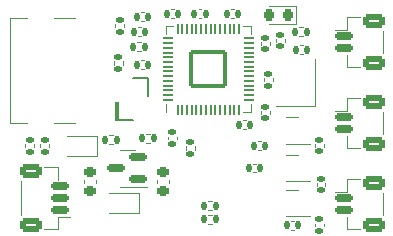
<source format=gbr>
%TF.GenerationSoftware,KiCad,Pcbnew,(6.0.5)*%
%TF.CreationDate,2022-10-09T21:33:59+01:00*%
%TF.ProjectId,PicoDrive,5069636f-4472-4697-9665-2e6b69636164,rev?*%
%TF.SameCoordinates,Original*%
%TF.FileFunction,Legend,Top*%
%TF.FilePolarity,Positive*%
%FSLAX46Y46*%
G04 Gerber Fmt 4.6, Leading zero omitted, Abs format (unit mm)*
G04 Created by KiCad (PCBNEW (6.0.5)) date 2022-10-09 21:33:59*
%MOMM*%
%LPD*%
G01*
G04 APERTURE LIST*
G04 Aperture macros list*
%AMRoundRect*
0 Rectangle with rounded corners*
0 $1 Rounding radius*
0 $2 $3 $4 $5 $6 $7 $8 $9 X,Y pos of 4 corners*
0 Add a 4 corners polygon primitive as box body*
4,1,4,$2,$3,$4,$5,$6,$7,$8,$9,$2,$3,0*
0 Add four circle primitives for the rounded corners*
1,1,$1+$1,$2,$3*
1,1,$1+$1,$4,$5*
1,1,$1+$1,$6,$7*
1,1,$1+$1,$8,$9*
0 Add four rect primitives between the rounded corners*
20,1,$1+$1,$2,$3,$4,$5,0*
20,1,$1+$1,$4,$5,$6,$7,0*
20,1,$1+$1,$6,$7,$8,$9,0*
20,1,$1+$1,$8,$9,$2,$3,0*%
G04 Aperture macros list end*
%ADD10C,0.120000*%
%ADD11C,0.150000*%
%ADD12C,0.200000*%
%ADD13R,0.600000X0.450000*%
%ADD14RoundRect,0.135000X-0.135000X-0.185000X0.135000X-0.185000X0.135000X0.185000X-0.135000X0.185000X0*%
%ADD15RoundRect,0.135000X0.135000X0.185000X-0.135000X0.185000X-0.135000X-0.185000X0.135000X-0.185000X0*%
%ADD16RoundRect,0.135000X-0.185000X0.135000X-0.185000X-0.135000X0.185000X-0.135000X0.185000X0.135000X0*%
%ADD17RoundRect,0.135000X0.185000X-0.135000X0.185000X0.135000X-0.185000X0.135000X-0.185000X-0.135000X0*%
%ADD18R,0.250000X0.300000*%
%ADD19R,1.600000X0.200000*%
%ADD20RoundRect,0.218750X0.218750X0.256250X-0.218750X0.256250X-0.218750X-0.256250X0.218750X-0.256250X0*%
%ADD21RoundRect,0.140000X-0.170000X0.140000X-0.170000X-0.140000X0.170000X-0.140000X0.170000X0.140000X0*%
%ADD22RoundRect,0.140000X-0.140000X-0.170000X0.140000X-0.170000X0.140000X0.170000X-0.140000X0.170000X0*%
%ADD23RoundRect,0.140000X0.140000X0.170000X-0.140000X0.170000X-0.140000X-0.170000X0.140000X-0.170000X0*%
%ADD24RoundRect,0.140000X0.170000X-0.140000X0.170000X0.140000X-0.170000X0.140000X-0.170000X-0.140000X0*%
%ADD25RoundRect,0.225000X-0.250000X0.225000X-0.250000X-0.225000X0.250000X-0.225000X0.250000X0.225000X0*%
%ADD26RoundRect,0.225000X0.250000X-0.225000X0.250000X0.225000X-0.250000X0.225000X-0.250000X-0.225000X0*%
%ADD27R,0.500000X0.250000*%
%ADD28R,0.900000X1.600000*%
%ADD29R,1.200000X1.400000*%
%ADD30C,0.600000*%
%ADD31R,1.160000X0.600000*%
%ADD32R,1.160000X0.300000*%
%ADD33O,2.000000X0.900000*%
%ADD34O,1.700000X0.900000*%
%ADD35RoundRect,0.050000X0.050000X-0.387500X0.050000X0.387500X-0.050000X0.387500X-0.050000X-0.387500X0*%
%ADD36RoundRect,0.050000X0.387500X-0.050000X0.387500X0.050000X-0.387500X0.050000X-0.387500X-0.050000X0*%
%ADD37RoundRect,0.144000X1.456000X-1.456000X1.456000X1.456000X-1.456000X1.456000X-1.456000X-1.456000X0*%
%ADD38RoundRect,0.250000X-0.650000X0.350000X-0.650000X-0.350000X0.650000X-0.350000X0.650000X0.350000X0*%
%ADD39RoundRect,0.150000X-0.625000X0.150000X-0.625000X-0.150000X0.625000X-0.150000X0.625000X0.150000X0*%
%ADD40RoundRect,0.150000X0.587500X0.150000X-0.587500X0.150000X-0.587500X-0.150000X0.587500X-0.150000X0*%
%ADD41RoundRect,0.250000X0.650000X-0.350000X0.650000X0.350000X-0.650000X0.350000X-0.650000X-0.350000X0*%
%ADD42RoundRect,0.150000X0.625000X-0.150000X0.625000X0.150000X-0.625000X0.150000X-0.625000X-0.150000X0*%
G04 APERTURE END LIST*
D10*
%TO.C,D1*%
X149836000Y-64350000D02*
X149836000Y-62650000D01*
X149836000Y-62650000D02*
X147286000Y-62650000D01*
X149836000Y-64350000D02*
X147286000Y-64350000D01*
%TO.C,R11*%
X159231359Y-68200000D02*
X159538641Y-68200000D01*
X159231359Y-68960000D02*
X159538641Y-68960000D01*
%TO.C,R10*%
X159538641Y-69343000D02*
X159231359Y-69343000D01*
X159538641Y-70103000D02*
X159231359Y-70103000D01*
%TO.C,R9*%
X144525000Y-63346359D02*
X144525000Y-63653641D01*
X143765000Y-63346359D02*
X143765000Y-63653641D01*
%TO.C,R8*%
X145795000Y-63653641D02*
X145795000Y-63346359D01*
X145035000Y-63653641D02*
X145035000Y-63346359D01*
D11*
%TO.C,U1*%
X154158000Y-57813000D02*
X152908000Y-57813000D01*
X151658000Y-59813000D02*
X151658000Y-61313000D01*
D12*
X151408000Y-61313000D02*
X151408000Y-59813000D01*
D11*
X154158000Y-59313000D02*
X154158000Y-57813000D01*
X151658000Y-61313000D02*
X152908000Y-61313000D01*
D10*
%TO.C,R12*%
X166978359Y-53468000D02*
X167285641Y-53468000D01*
X166978359Y-54228000D02*
X167285641Y-54228000D01*
%TO.C,R7*%
X157354000Y-63870141D02*
X157354000Y-63562859D01*
X158114000Y-63870141D02*
X158114000Y-63562859D01*
%TO.C,R6*%
X153262359Y-55498000D02*
X153569641Y-55498000D01*
X153262359Y-54738000D02*
X153569641Y-54738000D01*
%TO.C,R5*%
X152018000Y-56668641D02*
X152018000Y-56361359D01*
X151258000Y-56668641D02*
X151258000Y-56361359D01*
%TO.C,R4*%
X164718000Y-57758359D02*
X164718000Y-58065641D01*
X163958000Y-57758359D02*
X163958000Y-58065641D01*
%TO.C,R3*%
X154024359Y-62485000D02*
X154331641Y-62485000D01*
X154024359Y-63245000D02*
X154331641Y-63245000D01*
%TO.C,R2*%
X151156641Y-62612000D02*
X150849359Y-62612000D01*
X151156641Y-63372000D02*
X150849359Y-63372000D01*
%TO.C,R1*%
X151385000Y-53186359D02*
X151385000Y-53493641D01*
X152145000Y-53186359D02*
X152145000Y-53493641D01*
%TO.C,D3*%
X166712000Y-51716000D02*
X164427000Y-51716000D01*
X166712000Y-53186000D02*
X166712000Y-51716000D01*
X164427000Y-53186000D02*
X166712000Y-53186000D01*
%TO.C,C20*%
X168296000Y-70123164D02*
X168296000Y-70338836D01*
X169016000Y-70123164D02*
X169016000Y-70338836D01*
%TO.C,C19*%
X168423000Y-66694164D02*
X168423000Y-66909836D01*
X169143000Y-66694164D02*
X169143000Y-66909836D01*
%TO.C,C18*%
X168296000Y-63392164D02*
X168296000Y-63607836D01*
X169016000Y-63392164D02*
X169016000Y-63607836D01*
%TO.C,C17*%
X166262164Y-70616400D02*
X166477836Y-70616400D01*
X166262164Y-69896400D02*
X166477836Y-69896400D01*
%TO.C,C16*%
X163302836Y-65045000D02*
X163087164Y-65045000D01*
X163302836Y-65765000D02*
X163087164Y-65765000D01*
%TO.C,C15*%
X163683836Y-63140000D02*
X163468164Y-63140000D01*
X163683836Y-63860000D02*
X163468164Y-63860000D01*
%TO.C,C14*%
X153777836Y-52218000D02*
X153562164Y-52218000D01*
X153777836Y-52938000D02*
X153562164Y-52938000D01*
%TO.C,C13*%
X162198164Y-62082000D02*
X162413836Y-62082000D01*
X162198164Y-61362000D02*
X162413836Y-61362000D01*
%TO.C,C12*%
X161182164Y-52684000D02*
X161397836Y-52684000D01*
X161182164Y-51964000D02*
X161397836Y-51964000D01*
%TO.C,C11*%
X156317836Y-51964000D02*
X156102164Y-51964000D01*
X156317836Y-52684000D02*
X156102164Y-52684000D01*
%TO.C,C10*%
X165714000Y-54717836D02*
X165714000Y-54502164D01*
X164994000Y-54717836D02*
X164994000Y-54502164D01*
%TO.C,C9*%
X155850000Y-62757164D02*
X155850000Y-62972836D01*
X156570000Y-62757164D02*
X156570000Y-62972836D01*
%TO.C,C8*%
X158447664Y-52684000D02*
X158663336Y-52684000D01*
X158447664Y-51964000D02*
X158663336Y-51964000D01*
%TO.C,C7*%
X153777836Y-56282000D02*
X153562164Y-56282000D01*
X153777836Y-57002000D02*
X153562164Y-57002000D01*
%TO.C,C6*%
X164444000Y-54971836D02*
X164444000Y-54756164D01*
X163724000Y-54971836D02*
X163724000Y-54756164D01*
%TO.C,C5*%
X153523836Y-53488000D02*
X153308164Y-53488000D01*
X153523836Y-54208000D02*
X153308164Y-54208000D01*
%TO.C,C4*%
X167024164Y-55732000D02*
X167239836Y-55732000D01*
X167024164Y-55012000D02*
X167239836Y-55012000D01*
%TO.C,C3*%
X163724000Y-60598164D02*
X163724000Y-60813836D01*
X164444000Y-60598164D02*
X164444000Y-60813836D01*
%TO.C,C2*%
X154938000Y-66407420D02*
X154938000Y-66688580D01*
X155958000Y-66407420D02*
X155958000Y-66688580D01*
%TO.C,C1*%
X148715000Y-66688580D02*
X148715000Y-66407420D01*
X149735000Y-66688580D02*
X149735000Y-66407420D01*
%TO.C,D2*%
X153392000Y-69176000D02*
X153392000Y-67476000D01*
X153392000Y-67476000D02*
X150842000Y-67476000D01*
X153392000Y-69176000D02*
X150842000Y-69176000D01*
%TO.C,U6*%
X165870000Y-67225000D02*
X166870000Y-67225000D01*
X167870000Y-69465000D02*
X165870000Y-69465000D01*
%TO.C,U4*%
X165870000Y-61110000D02*
X166870000Y-61110000D01*
X167870000Y-63350000D02*
X165870000Y-63350000D01*
%TO.C,Y1*%
X168274000Y-60166000D02*
X168274000Y-56166000D01*
X164974000Y-60166000D02*
X168274000Y-60166000D01*
%TO.C,U5*%
X167870000Y-66525000D02*
X165870000Y-66525000D01*
X165870000Y-64285000D02*
X166870000Y-64285000D01*
%TO.C,P1*%
X142480000Y-52680000D02*
X143940000Y-52680000D01*
X142480000Y-61620000D02*
X142480000Y-52680000D01*
X147990000Y-52680000D02*
X146190000Y-52680000D01*
X147990000Y-61620000D02*
X146190000Y-61620000D01*
X142480000Y-61620000D02*
X143940000Y-61620000D01*
%TO.C,U3*%
X155648000Y-54063000D02*
X155648000Y-53413000D01*
X155648000Y-53413000D02*
X156298000Y-53413000D01*
X155648000Y-59983000D02*
X155648000Y-60633000D01*
X162868000Y-53413000D02*
X162218000Y-53413000D01*
X162868000Y-59983000D02*
X162868000Y-60633000D01*
X162868000Y-60633000D02*
X162218000Y-60633000D01*
X162868000Y-54063000D02*
X162868000Y-53413000D01*
%TO.C,J2*%
X172125000Y-59485000D02*
X170975000Y-59485000D01*
X174095000Y-60655000D02*
X174095000Y-62535000D01*
X170975000Y-63705000D02*
X170975000Y-62655000D01*
X172125000Y-63705000D02*
X170975000Y-63705000D01*
X170975000Y-59485000D02*
X170975000Y-60535000D01*
X170975000Y-60535000D02*
X169985000Y-60535000D01*
%TO.C,U2*%
X152400000Y-63845000D02*
X153050000Y-63845000D01*
X152400000Y-63845000D02*
X151750000Y-63845000D01*
X152400000Y-66965000D02*
X151750000Y-66965000D01*
X152400000Y-66965000D02*
X154075000Y-66965000D01*
%TO.C,J4*%
X145375000Y-70555000D02*
X146525000Y-70555000D01*
X146525000Y-65335000D02*
X146525000Y-66385000D01*
X145375000Y-65335000D02*
X146525000Y-65335000D01*
X143405000Y-69385000D02*
X143405000Y-66505000D01*
X146525000Y-70555000D02*
X146525000Y-69505000D01*
X146525000Y-69505000D02*
X147515000Y-69505000D01*
%TO.C,J3*%
X172125000Y-66335000D02*
X170975000Y-66335000D01*
X170975000Y-67385000D02*
X169985000Y-67385000D01*
X170975000Y-70555000D02*
X170975000Y-69505000D01*
X172125000Y-70555000D02*
X170975000Y-70555000D01*
X170975000Y-66335000D02*
X170975000Y-67385000D01*
X174095000Y-67505000D02*
X174095000Y-69385000D01*
%TO.C,J1*%
X174095000Y-53805000D02*
X174095000Y-55685000D01*
X170975000Y-52635000D02*
X170975000Y-53685000D01*
X170975000Y-53685000D02*
X169985000Y-53685000D01*
X170975000Y-56855000D02*
X170975000Y-55805000D01*
X172125000Y-52635000D02*
X170975000Y-52635000D01*
X172125000Y-56855000D02*
X170975000Y-56855000D01*
%TD*%
%LPC*%
D13*
%TO.C,D1*%
X149386000Y-63500000D03*
X147286000Y-63500000D03*
%TD*%
D14*
%TO.C,R11*%
X158875000Y-68580000D03*
X159895000Y-68580000D03*
%TD*%
D15*
%TO.C,R10*%
X158875000Y-69723000D03*
X159895000Y-69723000D03*
%TD*%
D16*
%TO.C,R9*%
X144145000Y-62990000D03*
X144145000Y-64010000D03*
%TD*%
D17*
%TO.C,R8*%
X145415000Y-62990000D03*
X145415000Y-64010000D03*
%TD*%
D18*
%TO.C,U1*%
X152158000Y-60763000D03*
X152658000Y-60763000D03*
X153158000Y-60763000D03*
X153658000Y-60763000D03*
X153658000Y-58363000D03*
X153158000Y-58363000D03*
X152658000Y-58363000D03*
X152158000Y-58363000D03*
D19*
X152908000Y-59563000D03*
%TD*%
D14*
%TO.C,R12*%
X166622000Y-53848000D03*
X167642000Y-53848000D03*
%TD*%
D17*
%TO.C,R7*%
X157734000Y-64226500D03*
X157734000Y-63206500D03*
%TD*%
D14*
%TO.C,R6*%
X153926000Y-55118000D03*
X152906000Y-55118000D03*
%TD*%
D17*
%TO.C,R5*%
X151638000Y-56005000D03*
X151638000Y-57025000D03*
%TD*%
D16*
%TO.C,R4*%
X164338000Y-57402000D03*
X164338000Y-58422000D03*
%TD*%
D14*
%TO.C,R3*%
X153668000Y-62865000D03*
X154688000Y-62865000D03*
%TD*%
D15*
%TO.C,R2*%
X150493000Y-62992000D03*
X151513000Y-62992000D03*
%TD*%
D16*
%TO.C,R1*%
X151765000Y-53850000D03*
X151765000Y-52830000D03*
%TD*%
D20*
%TO.C,D3*%
X166014500Y-52451000D03*
X164439500Y-52451000D03*
%TD*%
D21*
%TO.C,C20*%
X168656000Y-69751000D03*
X168656000Y-70711000D03*
%TD*%
%TO.C,C19*%
X168783000Y-66322000D03*
X168783000Y-67282000D03*
%TD*%
%TO.C,C18*%
X168656000Y-63020000D03*
X168656000Y-63980000D03*
%TD*%
D22*
%TO.C,C17*%
X165890000Y-70256400D03*
X166850000Y-70256400D03*
%TD*%
D23*
%TO.C,C16*%
X163675000Y-65405000D03*
X162715000Y-65405000D03*
%TD*%
%TO.C,C15*%
X164056000Y-63500000D03*
X163096000Y-63500000D03*
%TD*%
%TO.C,C14*%
X154150000Y-52578000D03*
X153190000Y-52578000D03*
%TD*%
D22*
%TO.C,C13*%
X161826000Y-61722000D03*
X162786000Y-61722000D03*
%TD*%
%TO.C,C12*%
X160810000Y-52324000D03*
X161770000Y-52324000D03*
%TD*%
D23*
%TO.C,C11*%
X156690000Y-52324000D03*
X155730000Y-52324000D03*
%TD*%
D24*
%TO.C,C10*%
X165354000Y-55090000D03*
X165354000Y-54130000D03*
%TD*%
D21*
%TO.C,C9*%
X156210000Y-62385000D03*
X156210000Y-63345000D03*
%TD*%
D22*
%TO.C,C8*%
X158075500Y-52324000D03*
X159035500Y-52324000D03*
%TD*%
D23*
%TO.C,C7*%
X154150000Y-56642000D03*
X153190000Y-56642000D03*
%TD*%
D24*
%TO.C,C6*%
X164084000Y-55344000D03*
X164084000Y-54384000D03*
%TD*%
D23*
%TO.C,C5*%
X153896000Y-53848000D03*
X152936000Y-53848000D03*
%TD*%
D22*
%TO.C,C4*%
X166652000Y-55372000D03*
X167612000Y-55372000D03*
%TD*%
D21*
%TO.C,C3*%
X164084000Y-60226000D03*
X164084000Y-61186000D03*
%TD*%
D25*
%TO.C,C2*%
X155448000Y-65773000D03*
X155448000Y-67323000D03*
%TD*%
D26*
%TO.C,C1*%
X149225000Y-65773000D03*
X149225000Y-67323000D03*
%TD*%
D13*
%TO.C,D2*%
X152942000Y-68326000D03*
X150842000Y-68326000D03*
%TD*%
D27*
%TO.C,U6*%
X167320000Y-69095000D03*
X167320000Y-68595000D03*
X167320000Y-68095000D03*
X167320000Y-67595000D03*
X165420000Y-67595000D03*
X165420000Y-68095000D03*
X165420000Y-68595000D03*
X165420000Y-69095000D03*
D28*
X166370000Y-68345000D03*
%TD*%
D27*
%TO.C,U4*%
X167320000Y-62980000D03*
X167320000Y-62480000D03*
X167320000Y-61980000D03*
X167320000Y-61480000D03*
X165420000Y-61480000D03*
X165420000Y-61980000D03*
X165420000Y-62480000D03*
X165420000Y-62980000D03*
D28*
X166370000Y-62230000D03*
%TD*%
D29*
%TO.C,Y1*%
X167474000Y-59266000D03*
X167474000Y-57066000D03*
X165774000Y-57066000D03*
X165774000Y-59266000D03*
%TD*%
D27*
%TO.C,U5*%
X167320000Y-66155000D03*
X167320000Y-65655000D03*
X167320000Y-65155000D03*
X167320000Y-64655000D03*
X165420000Y-64655000D03*
X165420000Y-65155000D03*
X165420000Y-65655000D03*
X165420000Y-66155000D03*
D28*
X166370000Y-65405000D03*
%TD*%
D30*
%TO.C,P1*%
X148770000Y-54260000D03*
X148770000Y-60040000D03*
D31*
X149830000Y-53950000D03*
X149830000Y-54750000D03*
D32*
X149830000Y-55900000D03*
X149830000Y-56900000D03*
X149830000Y-57400000D03*
X149830000Y-58400000D03*
D31*
X149830000Y-59550000D03*
X149830000Y-60350000D03*
X149830000Y-60350000D03*
X149830000Y-59550000D03*
D32*
X149830000Y-58900000D03*
X149830000Y-57900000D03*
X149830000Y-56400000D03*
X149830000Y-55400000D03*
D31*
X149830000Y-54750000D03*
X149830000Y-53950000D03*
D33*
X149250000Y-52830000D03*
D34*
X145080000Y-52830000D03*
D33*
X149250000Y-61470000D03*
D34*
X145080000Y-61470000D03*
%TD*%
D35*
%TO.C,U3*%
X156658000Y-60460500D03*
X157058000Y-60460500D03*
X157458000Y-60460500D03*
X157858000Y-60460500D03*
X158258000Y-60460500D03*
X158658000Y-60460500D03*
X159058000Y-60460500D03*
X159458000Y-60460500D03*
X159858000Y-60460500D03*
X160258000Y-60460500D03*
X160658000Y-60460500D03*
X161058000Y-60460500D03*
X161458000Y-60460500D03*
X161858000Y-60460500D03*
D36*
X162695500Y-59623000D03*
X162695500Y-59223000D03*
X162695500Y-58823000D03*
X162695500Y-58423000D03*
X162695500Y-58023000D03*
X162695500Y-57623000D03*
X162695500Y-57223000D03*
X162695500Y-56823000D03*
X162695500Y-56423000D03*
X162695500Y-56023000D03*
X162695500Y-55623000D03*
X162695500Y-55223000D03*
X162695500Y-54823000D03*
X162695500Y-54423000D03*
D35*
X161858000Y-53585500D03*
X161458000Y-53585500D03*
X161058000Y-53585500D03*
X160658000Y-53585500D03*
X160258000Y-53585500D03*
X159858000Y-53585500D03*
X159458000Y-53585500D03*
X159058000Y-53585500D03*
X158658000Y-53585500D03*
X158258000Y-53585500D03*
X157858000Y-53585500D03*
X157458000Y-53585500D03*
X157058000Y-53585500D03*
X156658000Y-53585500D03*
D36*
X155820500Y-54423000D03*
X155820500Y-54823000D03*
X155820500Y-55223000D03*
X155820500Y-55623000D03*
X155820500Y-56023000D03*
X155820500Y-56423000D03*
X155820500Y-56823000D03*
X155820500Y-57223000D03*
X155820500Y-57623000D03*
X155820500Y-58023000D03*
X155820500Y-58423000D03*
X155820500Y-58823000D03*
X155820500Y-59223000D03*
X155820500Y-59623000D03*
D37*
X159258000Y-57023000D03*
%TD*%
D38*
%TO.C,J2*%
X173285000Y-59795000D03*
X173285000Y-63395000D03*
D39*
X170760000Y-62095000D03*
X170760000Y-61095000D03*
%TD*%
D40*
%TO.C,U2*%
X153337500Y-66355000D03*
X153337500Y-64455000D03*
X151462500Y-65405000D03*
%TD*%
D41*
%TO.C,J4*%
X144215000Y-65645000D03*
X144215000Y-70245000D03*
D42*
X146740000Y-66945000D03*
X146740000Y-67945000D03*
X146740000Y-68945000D03*
%TD*%
D39*
%TO.C,J3*%
X170760000Y-67945000D03*
X170760000Y-68945000D03*
D38*
X173285000Y-70245000D03*
X173285000Y-66645000D03*
%TD*%
%TO.C,J1*%
X173285000Y-56545000D03*
X173285000Y-52945000D03*
D39*
X170760000Y-55245000D03*
X170760000Y-54245000D03*
%TD*%
M02*

</source>
